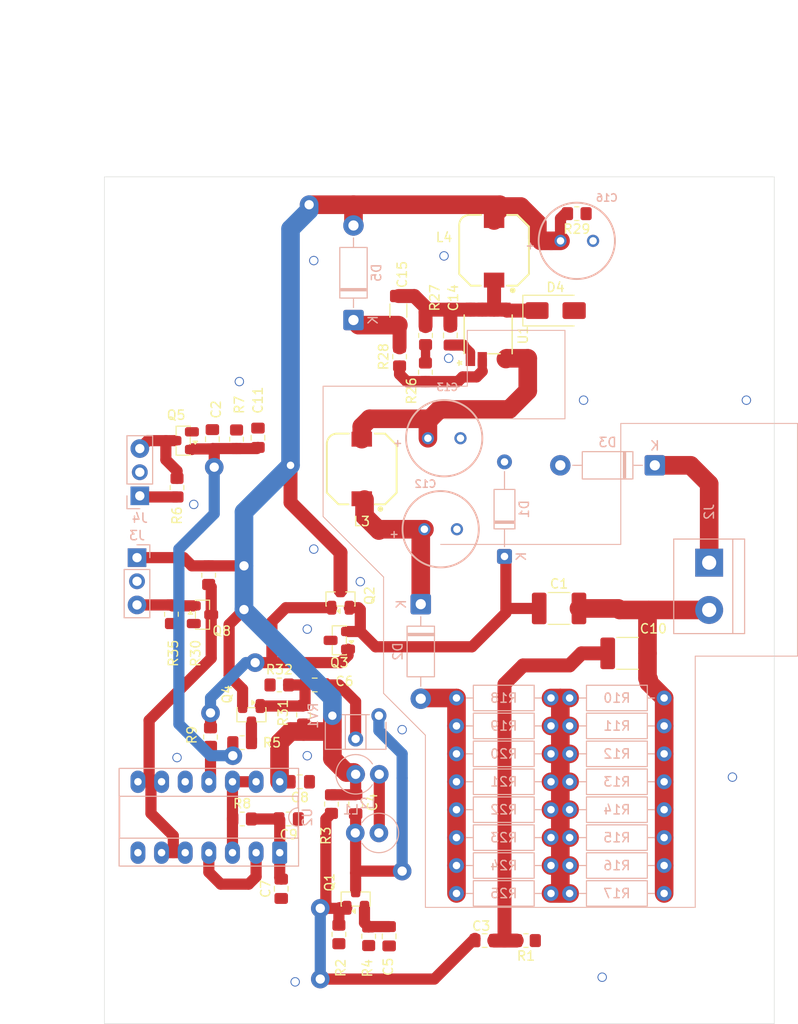
<source format=kicad_pcb>
(kicad_pcb (version 20241229) (generator "pcbnew") (generator_version "9.0")
  (layers (0 "F.Cu" signal) (2 "B.Cu" signal) (13 "F.Paste" user) (15 "B.Paste" user) (5 "F.SilkS" user "F.Silkscreen") (7 "B.SilkS" user "B.Silkscreen") (1 "F.Mask" user) (3 "B.Mask" user) (25 "Edge.Cuts" user))
  (net 0 "")
  (net 1 "Net-(Q1-E)")
  (net 2 "GND")
  (net 3 "P")
  (net 4 "Net-(D1-K)")
  (net 5 "VCC")
  (net 6 "Net-(Q1-B)")
  (net 7 "Net-(C10-Pad1)")
  (net 8 "Net-(Q1-C)")
  (net 9 "Net-(J3-Pin_3)")
  (net 10 "Net-(Q5-G)")
  (net 11 "Net-(C6-Pad2)")
  (net 12 "Net-(D4-K)")
  (net 13 "Net-(U1-BP)")
  (net 14 "Net-(L1-Pad1)")
  (net 15 "Net-(Q4-C)")
  (net 16 "Net-(D5-K)")
  (net 17 "Net-(Q4-B)")
  (net 18 "/mod")
  (net 19 "Net-(D2-K)")
  (net 20 "Net-(D2-A)")
  (net 21 "Net-(D3-K)")
  (net 22 "OSC")
  (net 23 "Net-(Q2-B)")
  (net 24 "Net-(R8-Pad1)")
  (net 25 "Net-(J4-Pin_3)")
  (net 26 "Net-(J4-Pin_1)")
  (net 27 "Net-(R10-Pad2)")
  (net 28 "Net-(R26-Pad1)")
  (net 29 "Net-(U1-FB)")
  (net 30 "Net-(U1-D)")
  (net 31 "Net-(C7-Pad2)")
  (net 33 "Net-(U2-Pad2)")
  (footprint "Resistor_SMD:R_0805_2012Metric_Pad1.20x1.40mm_HandSolder" (layer "F.Cu") (at 163.8 118)
    (property "Reference" "R8")
    (property "Value" "100K")
  )
  (footprint "Resistor_SMD:R_0805_2012Metric_Pad1.20x1.40mm_HandSolder" (layer "F.Cu") (at 183.515 66.04 -90)
    (property "Reference" "R27")
    (property "Value" "100R")
  )
  (footprint "Capacitor_SMD:C_0805_2012Metric_Pad1.18x1.45mm_HandSolder" (layer "F.Cu") (at 176 116.4 90)
    (property "Reference" "C4")
    (property "Value" "10nF")
  )
  (footprint "MountingHole:MountingHole_3.2mm_M3_ISO14580" (layer "F.Cu") (at 154 54)
    (property "Reference" "REF**" (hide yes))
    (property "Value" "MountingHole_3.2mm_M3_ISO14580" (hide yes))
  )
  (footprint "Resistor_SMD:R_0805_2012Metric_Pad1.20x1.40mm_HandSolder" (layer "F.Cu") (at 174.2 130.4 90)
    (property "Reference" "R2")
    (property "Value" "10K")
  )
  (footprint "Capacitor_SMD:C_0805_2012Metric_Pad1.18x1.45mm_HandSolder" (layer "F.Cu") (at 170 114 180)
    (property "Reference" "C8")
    (property "Value" "100nF")
  )
  (footprint "MountingHole:MountingHole_3.2mm_M3_ISO14580" (layer "F.Cu") (at 154 135)
    (property "Reference" "REF**" (hide yes))
    (property "Value" "MountingHole_3.2mm_M3_ISO14580" (hide yes))
  )
  (footprint "Resistor_SMD:R_0805_2012Metric_Pad1.20x1.40mm_HandSolder" (layer "F.Cu") (at 163.2 77.2 -90)
    (property "Reference" "R7")
    (property "Value" "2K7")
  )
  (footprint "Resistor_SMD:R_0805_2012Metric_Pad1.20x1.40mm_HandSolder" (layer "F.Cu") (at 160.2 91.8 90)
    (property "Reference" "R30")
    (property "Value" "100K")
  )
  (footprint "MountingHole:MountingHole_3.2mm_M3_ISO14580" (layer "F.Cu") (at 216 135)
    (property "Reference" "REF**" (hide yes))
    (property "Value" "MountingHole_3.2mm_M3_ISO14580" (hide yes))
  )
  (footprint "Capacitor_SMD:C_0805_2012Metric_Pad1.18x1.45mm_HandSolder" (layer "F.Cu") (at 171.6 103.6)
    (property "Reference" "C6")
    (property "Value" "1nF")
  )
  (footprint "Package_TO_SOT_SMD:SOT-23" (layer "F.Cu") (at 157.4625 77.35 180)
    (property "Reference" "Q5")
    (property "Value" "2N7002")
  )
  (footprint "Capacitor_SMD:C_0805_2012Metric_Pad1.18x1.45mm_HandSolder" (layer "F.Cu") (at 168 125.5 90)
    (property "Reference" "C7")
    (property "Value" "33pF")
  )
  (footprint "WE-PD_7345P:WE-PD_7345P" (layer "F.Cu") (at 190.881 56.896 180)
    (property "Reference" "L4")
    (property "Value" "1mH 74477730")
  )
  (footprint "Package_TO_SOT_SMD:SOT-23" (layer "F.Cu") (at 159.5375 96.05)
    (property "Reference" "Q8")
    (property "Value" "2N7002")
  )
  (footprint "Resistor_SMD:R_0805_2012Metric_Pad1.20x1.40mm_HandSolder" (layer "F.Cu") (at 163.8 109.8)
    (property "Reference" "R5")
    (property "Value" "1K")
  )
  (footprint "Resistor_SMD:R_0805_2012Metric_Pad1.20x1.40mm_HandSolder" (layer "F.Cu") (at 199.771 52.959 180)
    (property "Reference" "R29")
    (property "Value" "2K2")
  )
  (footprint "Resistor_SMD:R_0805_2012Metric_Pad1.20x1.40mm_HandSolder" (layer "F.Cu") (at 194.31 131.064 180)
    (property "Reference" "R1")
    (property "Value" "1K")
  )
  (footprint "Resistor_SMD:R_0805_2012Metric_Pad1.20x1.40mm_HandSolder" (layer "F.Cu") (at 167.8 103.6)
    (property "Reference" "R32")
    (property "Value" "120K")
  )
  (footprint "Resistor_SMD:R_0805_2012Metric_Pad1.20x1.40mm_HandSolder" (layer "F.Cu") (at 156.8 82.4 -90)
    (property "Reference" "R6")
    (property "Value" "1K")
  )
  (footprint "Capacitor_SMD:C_0805_2012Metric_Pad1.18x1.45mm_HandSolder" (layer "F.Cu") (at 189.865 131.064)
    (property "Reference" "C3")
    (property "Value" "4.7nF")
  )
  (footprint "Resistor_SMD:R_0805_2012Metric_Pad1.20x1.40mm_HandSolder" (layer "F.Cu") (at 173.4 116.4 90)
    (property "Reference" "R3")
    (property "Value" "33K")
  )
  (footprint "Capacitor_SMD:C_0805_2012Metric_Pad1.18x1.45mm_HandSolder" (layer "F.Cu") (at 168.8 118 180)
    (property "Reference" "C9")
    (property "Value" "68pF")
  )
  (footprint "Resistor_SMD:R_0805_2012Metric_Pad1.20x1.40mm_HandSolder" (layer "F.Cu") (at 170.4 106.8 -90)
    (property "Reference" "R31")
    (property "Value" "4.7K")
  )
  (footprint "Package_TO_SOT_SMD:SOT-23" (layer "F.Cu") (at 176 126.6 90)
    (property "Reference" "Q1")
    (property "Value" "MMBT2222A")
  )
  (footprint "Resistor_SMD:R_0805_2012Metric_Pad1.20x1.40mm_HandSolder" (layer "F.Cu") (at 160.4 109.2 90)
    (property "Reference" "R9")
    (property "Value" "1K")
  )
  (footprint "Resistor_SMD:R_0805_2012Metric_Pad1.20x1.40mm_HandSolder" (layer "F.Cu") (at 183.5 70 -90)
    (property "Reference" "R26")
    (property "Value" "2K2")
  )
  (footprint "Diode_SMD:D_SMA" (layer "F.Cu") (at 197.485 63.373)
    (property "Reference" "D4")
    (property "Value" "SS36")
  )
  (footprint "Capacitor_SMD:C_0805_2012Metric_Pad1.18x1.45mm_HandSolder" (layer "F.Cu") (at 160.6 77.2 -90)
    (property "Reference" "C2")
    (property "Value" "4.7nF")
  )
  (footprint "MountingHole:MountingHole_3.2mm_M3_ISO14580" (layer "F.Cu") (at 216 54)
    (property "Reference" "REF**" (hide yes))
    (property "Value" "MountingHole_3.2mm_M3_ISO14580" (hide yes))
  )
  (footprint "Capacitor_SMD:C_1206_3216Metric_Pad1.33x1.80mm_HandSolder" (layer "F.Cu") (at 180.594 63.373 -90)
    (property "Reference" "C15")
    (property "Value" "10uF25V")
  )
  (footprint "Capacitor_SMD:C_1812_4532Metric_Pad1.57x3.40mm_HandSolder" (layer "F.Cu") (at 205.232 100.203)
    (property "Reference" "C10")
    (property "Value" "2.2nF 400V")
  )
  (footprint "Capacitor_SMD:C_0805_2012Metric_Pad1.18x1.45mm_HandSolder" (layer "F.Cu") (at 165.5 77.0375 -90)
    (property "Reference" "C11")
    (property "Value" "4.7nF")
  )
  (footprint "Package_TO_SOT_SMD:SOT-23" (layer "F.Cu") (at 174.371 94.361 90)
    (property "Reference" "Q2")
    (property "Value" "MMBT2222A")
  )
  (footprint "Package_TO_SOT_SMD:SOT-23" (layer "F.Cu") (at 164.8 106.8 -90)
    (property "Reference" "Q4")
    (property "Value" "MMBT2907")
  )
  (footprint "Package_TO_SOT_SMD:SOT-23" (layer "F.Cu") (at 174.244 98.806 180)
    (property "Reference" "Q3")
    (property "Value" "MMBT2907")
  )
  (footprint "lnk302DN-TL:SOIC7_SO-8C-D_PWI" (layer "F.Cu") (at 190.246 65.9257 90)
    (property "Reference" "U1")
    (property "Value" "LNK302DN-TL")
  )
  (footprint "Resistor_SMD:R_0805_2012Metric_Pad1.20x1.40mm_HandSolder" (layer "F.Cu") (at 177.4 130.6 90)
    (property "Reference" "R4")
    (property "Value" "470")
  )
  (footprint "Resistor_SMD:R_0805_2012Metric_Pad1.20x1.40mm_HandSolder" (layer "F.Cu") (at 180.721 68.326 -90)
    (property "Reference" "R28")
    (property "Value" "15K")
  )
  (footprint "Capacitor_SMD:C_0805_2012Metric_Pad1.18x1.45mm_HandSolder" (layer "F.Cu") (at 179.6 130.6 90)
    (property "Reference" "C5")
    (property "Value" "100nF")
  )
  (footprint "WE-PD_7345P:WE-PD_7345P" (layer "F.Cu") (at 176.657 80.391 180)
    (property "Reference" "L3")
    (property "Value" "1mH 74477730")
  )
  (footprint "Capacitor_SMD:C_1812_4532Metric_Pad1.57x3.40mm_HandSolder" (layer "F.Cu") (at 197.866 95.377)
    (property "Reference" "C1")
    (property "Value" "2.2nF 400V")
  )
  (footprint "Resistor_SMD:R_0805_2012Metric_Pad1.20x1.40mm_HandSolder" (layer "F.Cu") (at 156.2 96 90)
    (property "Reference" "R35")
    (property "Value" "100K")
  )
  (footprint "Capacitor_SMD:C_0805_2012Metric_Pad1.18x1.45mm_HandSolder" (layer "F.Cu") (at 186.182 66.04 -90)
    (property "Reference" "C14")
    (property "Value" "100nF")
  )
  (footprint "Resistor_THT:R_Axial_DIN0207_L6.3mm_D2.5mm_P10.16mm_Horizontal" (layer "B.Cu") (at 197 123 180)
    (property "Reference" "R24")
    (property "Value" "33R")
  )
  (footprint "Resistor_THT:R_Axial_DIN0207_L6.3mm_D2.5mm_P10.16mm_Horizontal" (layer "B.Cu") (at 197 108 180)
    (property "Reference" "R19")
    (property "Value" "33R")
  )
  (footprint "Diode_THT:D_DO-41_SOD81_P10.16mm_Horizontal" (layer "B.Cu") (at 175.768 64.389 90)
    (property "Reference" "D5")
    (property "Value" "1N4007")
  )
  (footprint "Package_DIP:CERDIP-14_W7.62mm_SideBrazed_LongPads_Socket" (layer "B.Cu") (at 167.84 121.62 90)
    (property "Reference" "U2")
    (property "Value" "HEF4093B")
  )
  (footprint "TerminalBlock:TerminalBlock_bornier-2_P5.08mm" (layer "B.Cu") (at 214 90.46 -90)
    (property "Reference" "J2")
    (property "Value" "Conn_01x02")
  )
  (footprint "Resistor_THT:R_Axial_DIN0207_L6.3mm_D2.5mm_P10.16mm_Horizontal" (layer "B.Cu") (at 209.16 120 180)
    (property "Reference" "R15")
    (property "Value" "33R")
  )
  (footprint "WCAP-ATG8_8X11.5:WCAP-ATG8_8X11.5_DXL_" (layer "B.Cu") (at 185.519 77.089 180)
    (property "Reference" "C13")
    (property "Value" "4.7uF 400V")
  )
  (footprint "Inductor_THT:L_Axial_L9.5mm_D4.0mm_P2.54mm_Vertical_Fastron_SMCC" (layer "B.Cu") (at 176 113.2)
    (property "Reference" "L2")
    (property "Value" "100uH")
  )
  (footprint "Potentiometer_THT:Potentiometer_ACP_CA6-H2,5_Horizontal" (layer "B.Cu") (at 173.5 106.9 -90)
    (property "Reference" "RV1")
    (property "Value" "5K")
  )
  (footprint "Resistor_THT:R_Axial_DIN0207_L6.3mm_D2.5mm_P10.16mm_Horizontal" (layer "B.Cu") (at 197 114 180)
    (property "Reference" "R21")
    (property "Value" "33R")
  )
  (footprint "Resistor_THT:R_Axial_DIN0207_L6.3mm_D2.5mm_P10.16mm_Horizontal" (layer "B.Cu") (at 209.16 126 180)
    (property "Reference" "R17")
    (property "Value" "33R")
  )
  (footprint "Resistor_THT:R_Axial_DIN0207_L6.3mm_D2.5mm_P10.16mm_Horizontal" (layer "B.Cu") (at 197 126 180)
    (property "Reference" "R25")
    (property "Value" "33R")
  )
  (footprint "Resistor_THT:R_Axial_DIN0207_L6.3mm_D2.5mm_P10.16mm_Horizontal" (layer "B.Cu") (at 209.16 114 180)
    (property "Reference" "R13")
    (property "Value" "33R")
  )
  (footprint "Resistor_THT:R_Axial_DIN0207_L6.3mm_D2.5mm_P10.16mm_Horizontal" (layer "B.Cu") (at 209.16 117 180)
    (property "Reference" "R14")
    (property "Value" "33R")
  )
  (footprint "Resistor_THT:R_Axial_DIN0207_L6.3mm_D2.5mm_P10.16mm_Horizontal" (layer "B.Cu") (at 209.16 123 180)
    (property "Reference" "R16")
    (property "Value" "33R")
  )
  (footprint "WCAP-ATG8_8X11.5:WCAP-ATG8_8X11.5_DXL_" (layer "B.Cu") (at 199.771 55.88 180)
    (property "Reference" "C16")
    (property "Value" "220uF 35V")
  )
  (footprint "Diode_THT:D_DO-41_SOD81_P10.16mm_Horizontal" (layer "B.Cu") (at 208.16 80 180)
    (property "Reference" "D3")
    (property "Value" "1N4007")
  )
  (footprint "Resistor_THT:R_Axial_DIN0207_L6.3mm_D2.5mm_P10.16mm_Horizontal" (layer "B.Cu") (at 209.16 108 180)
    (property "Reference" "R11")
    (property "Value" "33R")
  )
  (footprint "Diode_THT:D_DO-35_SOD27_P10.16mm_Horizontal" (layer "B.Cu") (at 192 89.789 90)
    (property "Reference" "D1")
    (property "Value" "ZPDxx")
  )
  (footprint "Resistor_THT:R_Axial_DIN0207_L6.3mm_D2.5mm_P10.16mm_Horizontal" (layer "B.Cu") (at 209.16 105 180)
    (property "Reference" "R10")
    (property "Value" "33R")
  )
  (footprint "Connector_PinHeader_2.54mm:PinHeader_1x03_P2.54mm_Vertical" (layer "B.Cu") (at 152.5 89.92 180)
    (property "Reference" "J3")
    (property "Value" "Conn_01x03")
  )
  (footprint "Resistor_THT:R_Axial_DIN0207_L6.3mm_D2.5mm_P10.16mm_Horizontal" (layer "B.Cu") (at 197 111 180)
    (property "Reference" "R20")
    (property "Value" "33R")
  )
  (footprint "WCAP-ATG8_8X11.5:WCAP-ATG8_8X11.5_DXL_" (layer "B.Cu") (at 185.138 86.868 180)
    (property "Reference" "C12")
    (property "Value" "4.7uF 400V")
  )
  (footprint "Resistor_THT:R_Axial_DIN0207_L6.3mm_D2.5mm_P10.16mm_Horizontal" (layer "B.Cu") (at 197 105 180)
    (property "Reference" "R18")
    (property "Value" "33R")
  )
  (footprint "Connector_PinHeader_2.54mm:PinHeader_1x03_P2.54mm_Vertical" (layer "B.Cu") (at 152.8 83.28)
    (property "Reference" "J4")
    (property "Value" "Conn_01x03")
  )
  (footprint "Resistor_THT:R_Axial_DIN0207_L6.3mm_D2.5mm_P10.16mm_Horizontal" (layer "B.Cu") (at 197 120 180)
    (property "Reference" "R23")
    (property "Value" "33R")
  )
  (footprint "Resistor_THT:R_Axial_DIN0207_L6.3mm_D2.5mm_P10.16mm_Horizontal" (layer "B.Cu") (at 209.16 111 180)
    (property "Reference" "R12")
    (property "Value" "33R")
  )
  (footprint "Diode_THT:D_DO-41_SOD81_P10.16mm_Horizontal" (layer "B.Cu") (at 183 94.92 -90)
    (property "Reference" "D2")
    (property "Value" "1N4007")
  )
  (footprint "Resistor_THT:R_Axial_DIN0207_L6.3mm_D2.5mm_P10.16mm_Horizontal" (layer "B.Cu") (at 197 117 180)
    (property "Reference" "R22")
    (property "Value" "33R")
  )
  (footprint "Inductor_THT:L_Axial_L9.5mm_D4.0mm_P2.54mm_Vertical_Fastron_SMCC" (layer "B.Cu") (at 178.5 119.5 180)
    (property "Reference" "L1")
    (property "Value" "100uH")
  )
  (gr_line (start 172.5 71.5) (end 172.5 85.5) (stroke (width 0.1)) (layer "B.SilkS"))
  (gr_line (start 212.5 100.5) (end 223.5 100.5) (stroke (width 0.1)) (layer "B.SilkS"))
  (gr_line (start 185.519 75) (end 198.5 75) (stroke (width 0.1)) (layer "B.SilkS"))
  (gr_line (start 183.5 109) (end 183.5 127.5) (stroke (width 0.1)) (layer "B.SilkS"))
  (gr_line (start 223.5 100.5) (end 223.5 75.5) (stroke (width 0.1)) (layer "B.SilkS"))
  (gr_line (start 188 65.5) (end 188 71.5) (stroke (width 0.1)) (layer "B.SilkS"))
  (gr_line (start 204.5 88.5) (end 185.138 88.5) (stroke (width 0.1)) (layer "B.SilkS"))
  (gr_line (start 212.5 127.5) (end 212.5 100.5) (stroke (width 0.1)) (layer "B.SilkS"))
  (gr_line (start 198.5 75) (end 198.5 65.5) (stroke (width 0.1)) (layer "B.SilkS"))
  (gr_line (start 183.5 127.5) (end 212.5 127.5) (stroke (width 0.1)) (layer "B.SilkS"))
  (gr_line (start 179 92) (end 179 104.5) (stroke (width 0.1)) (layer "B.SilkS"))
  (gr_line (start 204.5 75.5) (end 204.5 88.5) (stroke (width 0.1)) (layer "B.SilkS"))
  (gr_line (start 179 104.5) (end 183.5 109) (stroke (width 0.1)) (layer "B.SilkS"))
  (gr_line (start 198.5 65.5) (end 188 65.5) (stroke (width 0.1)) (layer "B.SilkS"))
  (gr_line (start 223.5 75.5) (end 204.5 75.5) (stroke (width 0.1)) (layer "B.SilkS"))
  (gr_line (start 172.5 85.5) (end 179 92) (stroke (width 0.1)) (layer "B.SilkS"))
  (gr_line (start 188 71.5) (end 172.5 71.5) (stroke (width 0.1)) (layer "B.SilkS"))
  (gr_rect (start 149 49) (end 221 140) (stroke (width 0.05)) (fill no) (layer "Edge.Cuts"))
  (segment (start 176.95 127.5375) (end 176.95 129.15) (width 1.2) (layer "F.Cu") (net 1))
  (segment (start 176.95 129.15) (end 177.4 129.6) (width 1.2) (layer "F.Cu") (net 1))
  (segment (start 177.4375 129.5625) (end 177.4 129.6) (width 1.2) (layer "F.Cu") (net 1))
  (segment (start 179.6 129.5625) (end 177.4375 129.5625) (width 1.2) (layer "F.Cu") (net 1))
  (via (at 185.5 57.5) (size 1) (drill 0.8) (layers "F.Cu" "B.Cu") (net 2))
  (via (at 200.5 73) (size 1) (drill 0.8) (layers "F.Cu" "B.Cu") (net 2))
  (via (at 186 68.5) (size 1) (drill 0.8) (layers "F.Cu" "B.Cu") (net 2))
  (via (at 202.5 135) (size 1) (drill 0.8) (layers "F.Cu" "B.Cu") (net 2))
  (via (at 216.5 113.5) (size 1) (drill 0.8) (layers "F.Cu" "B.Cu") (net 2))
  (via (at 170.8 111.2) (size 1) (drill 0.8) (layers "F.Cu" "B.Cu") (net 2))
  (via (at 163.5 71) (size 1) (drill 0.8) (layers "F.Cu" "B.Cu") (net 2))
  (via (at 158.6 84.2) (size 1) (drill 0.8) (layers "F.Cu" "B.Cu") (net 2))
  (via (at 176.5 92.5) (size 1) (drill 0.8) (layers "F.Cu" "B.Cu") (net 2))
  (via (at 181 108.4) (size 1) (drill 0.8) (layers "F.Cu" "B.Cu") (net 2))
  (via (at 170.8 97.6) (size 1) (drill 0.8) (layers "F.Cu" "B.Cu") (net 2))
  (via (at 156.8 111.4) (size 1) (drill 0.8) (layers "F.Cu" "B.Cu") (net 2))
  (via (at 171.5 89) (size 1) (drill 0.8) (layers "F.Cu" "B.Cu") (net 2))
  (via (at 169.5 135.5) (size 1) (drill 0.8) (layers "F.Cu" "B.Cu") (net 2))
  (via (at 218 73) (size 1) (drill 0.8) (layers "F.Cu" "B.Cu") (net 2))
  (via (at 171.5 58) (size 1) (drill 0.8) (layers "F.Cu" "B.Cu") (net 2))
  (segment (start 209.16 108) (end 209.16 111) (width 2) (layer "F.Cu") (net 3))
  (segment (start 209.16 111) (end 209.16 114) (width 2) (layer "F.Cu") (net 3))
  (segment (start 204.216 95.377) (end 200.0035 95.377) (width 2) (layer "F.Cu") (net 3))
  (segment (start 207.5 103) (end 207.3695 102.8695) (width 2) (layer "F.Cu") (net 3))
  (segment (start 209.16 114) (end 209.16 117) (width 2) (layer "F.Cu") (net 3))
  (segment (start 207.3695 95.6705) (end 207.5 95.54) (width 2) (layer "F.Cu") (net 3))
  (segment (start 209.16 123) (end 209.16 126) (width 2) (layer "F.Cu") (net 3))
  (segment (start 207.3695 102.8695) (end 207.3695 100.203) (width 2) (layer "F.Cu") (net 3))
  (segment (start 209.16 105) (end 207.5 103.34) (width 2) (layer "F.Cu") (net 3))
  (segment (start 207.5 103.34) (end 207.5 103) (width 2) (layer "F.Cu") (net 3))
  (segment (start 209.16 117) (end 209.16 120) (width 2) (layer "F.Cu") (net 3))
  (segment (start 214 95.54) (end 207.5 95.54) (width 2) (layer "F.Cu") (net 3))
  (segment (start 209.16 120) (end 209.16 123) (width 2) (layer "F.Cu") (net 3))
  (segment (start 204.379 95.54) (end 204.216 95.377) (width 2) (layer "F.Cu") (net 3))
  (segment (start 207.5 95.54) (end 204.379 95.54) (width 2) (layer "F.Cu") (net 3))
  (segment (start 207.3695 100.203) (end 207.3695 95.6705) (width 2) (layer "F.Cu") (net 3))
  (segment (start 209.16 105) (end 209.16 108) (width 2) (layer "F.Cu") (net 3))
  (segment (start 192.151 95.849) (end 188.5 99.5) (width 1.2) (layer "F.Cu") (net 4))
  (segment (start 176.5 97.856) (end 175.1815 97.856) (width 1.2) (layer "F.Cu") (net 4))
  (segment (start 192.151 89.94) (end 192 89.789) (width 1.2) (layer "F.Cu") (net 4))
  (segment (start 195.7285 95.377) (end 192.151 95.377) (width 1.2) (layer "F.Cu") (net 4))
  (segment (start 192.151 95.377) (end 192.151 89.94) (width 1.2) (layer "F.Cu") (net 4))
  (segment (start 175.321 95.2985) (end 176.2985 95.2985) (width 1.2) (layer "F.Cu") (net 4))
  (segment (start 176.5 95.5) (end 176.5 97.856) (width 1.2) (layer "F.Cu") (net 4))
  (segment (start 178.144 99.5) (end 176.5 97.856) (width 1.2) (layer "F.Cu") (net 4))
  (segment (start 176.2985 95.2985) (end 176.5 95.5) (width 1.2) (layer "F.Cu") (net 4))
  (segment (start 188.5 99.5) (end 178.144 99.5) (width 1.2) (layer "F.Cu") (net 4))
  (segment (start 192.151 95.377) (end 192.151 95.849) (width 1.2) (layer "F.Cu") (net 4))
  (segment (start 197 55.88) (end 195.912 55.88) (width 2) (layer "F.Cu") (net 5))
  (segment (start 198.541 52.959) (end 198.021 53.479) (width 1.2) (layer "F.Cu") (net 5))
  (segment (start 193.745628 52.195) (end 191.766372 52.195) (width 2) (layer "F.Cu") (net 5))
  (segment (start 169 84) (end 169 80) (width 1.5) (layer "F.Cu") (net 5))
  (segment (start 173.5 106.8) (end 173.5 108.5) (width 2) (layer "F.Cu") (net 5))
  (segment (start 152.5 89.92) (end 157.52 89.92) (width 1.2) (layer "F.Cu") (net 5))
  (segment (start 198.021 53.479) (end 198.021 55.88) (width 1.2) (layer "F.Cu") (net 5))
  (segment (start 198.771 52.959) (end 198.541 52.959) (width 1) (layer "F.Cu") (net 5))
  (segment (start 163.85 104.05) (end 162.4 102.6) (width 1.2) (layer "F.Cu") (net 5))
  (segment (start 198.021 55.88) (end 197 55.88) (width 2) (layer "F.Cu") (net 5))
  (segment (start 173.5 108.5) (end 173.5 111.5) (width 2) (layer "F.Cu") (net 5))
  (segment (start 175.768 52) (end 175.768 54.229) (width 2) (layer "F.Cu") (net 5))
  (segment (start 167.83 114) (end 167.82 113.99) (width 1.2) (layer "F.Cu") (net 5))
  (segment (start 175 113) (end 175.8 113) (width 2) (layer "F.Cu") (net 5))
  (segment (start 195.912 55.88) (end 195.532 55.5) (width 2) (layer "F.Cu") (net 5))
  (segment (start 167.82 109.78) (end 167.82 113.99) (width 2) (layer "F.Cu") (net 5))
  (segment (start 157.52 89.92) (end 158.4 90.8) (width 1.2) (layer "F.Cu") (net 5))
  (segment (start 190.881 53.080372) (end 190.881 53.696) (width 2) (layer "F.Cu") (net 5))
  (segment (start 174.371 89.371) (end 169 84) (width 1.5) (layer "F.Cu") (net 5))
  (segment (start 176 115.3625) (end 176 113.2) (width 1.2) (layer "F.Cu") (net 5))
  (segment (start 175.768 52) (end 191.5 52) (width 2) (layer "F.Cu") (net 5))
  (segment (start 173.4 115.4) (end 175.9625 115.4) (width 1.2) (layer "F.Cu") (net 5))
  (segment (start 158.4 90.8) (end 160.2 90.8) (width 1.2) (layer "F.Cu") (net 5))
  (segment (start 195.532 53.98137) (end 193.745628 52.195) (width 2) (layer "F.Cu") (net 5))
  (segment (start 191.5 52) (end 191.730686 52.230686) (width 2) (layer "F.Cu") (net 5))
  (segment (start 175.8 113) (end 176 113.2) (width 2) (layer "F.Cu") (net 5))
  (segment (start 175.768 52) (end 171 52) (width 2) (layer "F.Cu") (net 5))
  (segment (start 167.8 109.8) (end 167.82 109.78) (width 1.2) (layer "F.Cu") (net 5))
  (segment (start 162.4 97.1) (end 164 95.5) (width 1.2) (layer "F.Cu") (net 5))
  (segment (start 170.4 107.8) (end 170.4 108.6) (width 1.2) (layer "F.Cu") (net 5))
  (segment (start 160.2 90.8) (end 164 90.8) (width 1.2) (layer "F.Cu") (net 5))
  (segment (start 173.4 108.6) (end 170.4 108.6) (width 2) (layer "F.Cu") (net 5))
  (segment (start 162.4 102.6) (end 162.4 97.1) (width 1.2) (layer "F.Cu") (net 5))
  (segment (start 175.9625 115.4) (end 176 115.3625) (width 1.2) (layer "F.Cu") (net 5))
  (segment (start 173.5 111.5) (end 175 113) (width 2) (layer "F.Cu") (net 5))
  (segment (start 170.4 108.6) (end 169 108.6) (width 2) (layer "F.Cu") (net 5))
  (segment (start 173.5 108.5) (end 173.4 108.6) (width 2) (layer "F.Cu") (net 5))
  (segment (start 168.9625 114) (end 167.83 114) (width 1.2) (layer "F.Cu") (net 5))
  (segment (start 195.532 55.5) (end 195.532 53.98137) (width 2) (layer "F.Cu") (net 5))
  (segment (start 163.85 105.8625) (end 163.85 104.05) (width 1.2) (layer "F.Cu") (net 5))
  (segment (start 169 108.6) (end 167.82 109.78) (width 2) (layer "F.Cu") (net 5))
  (segment (start 191.766372 52.195) (end 190.881 53.080372) (width 2) (layer "F.Cu") (net 5))
  (segment (start 174.371 93.4235) (end 174.371 89.371) (width 1.5) (layer "F.Cu") (net 5))
  (via (at 164 95.5) (size 2) (drill 1) (layers "F.Cu" "B.Cu") (net 5))
  (via (at 171 52) (size 2) (drill 1) (layers "F.Cu" "B.Cu") (net 5))
  (via (at 164 90.8) (size 2) (drill 1) (layers "F.Cu" "B.Cu") (net 5))
  (via (at 169 80) (size 1) (drill 0.8) (layers "F.Cu" "B.Cu") (net 5))
  (segment (start 164 95.5) (end 173.5 105) (width 2) (layer "B.Cu") (net 5))
  (segment (start 164 90.8) (end 164 95.5) (width 2) (layer "B.Cu") (net 5))
  (segment (start 169 80) (end 164 85) (width 2) (layer "B.Cu") (net 5))
  (segment (start 169 80) (end 169 54.6) (width 2) (layer "B.Cu") (net 5))
  (segment (start 169 54.6) (end 171 52.6) (width 2) (layer "B.Cu") (net 5))
  (segment (start 171 52.6) (end 171 52) (width 2) (layer "B.Cu") (net 5))
  (segment (start 173.5 105) (end 173.5 106.9) (width 2) (layer "B.Cu") (net 5))
  (segment (start 164 85) (end 164 90.8) (width 2) (layer "B.Cu") (net 5))
  (segment (start 174.2 127.6) (end 172.2 127.6) (width 1.2) (layer "F.Cu") (net 6))
  (segment (start 184.455 135.2) (end 188.8275 130.8275) (width 1.2) (layer "F.Cu") (net 6))
  (segment (start 172.2 127.6) (end 172.8 127) (width 1.2) (layer "F.Cu") (net 6))
  (segment (start 188.8275 130.8275) (end 188.8275 131.064) (width 1.2) (layer "F.Cu") (net 6))
  (segment (start 172.8 118) (end 173.4 117.4) (width 1.2) (layer "F.Cu") (net 6))
  (segment (start 175.05 127.5375) (end 174.2625 127.5375) (width 1.2) (layer "F.Cu") (net 6))
  (segment (start 174.2 129.4) (end 174.2 127.6) (width 1.2) (layer "F.Cu") (net 6))
  (segment (start 172.8 127) (end 172.8 118) (width 1.2) (layer "F.Cu") (net 6))
  (segment (start 174.2625 127.5375) (end 174.2 127.6) (width 1.2) (layer "F.Cu") (net 6))
  (segment (start 172.2 135.2) (end 184.455 135.2) (width 1.2) (layer "F.Cu") (net 6))
  (via (at 172.2 127.6) (size 2) (drill 1) (layers "F.Cu" "B.Cu") (net 6))
  (via (at 172.2 135.2) (size 2) (drill 1) (layers "F.Cu" "B.Cu") (net 6))
  (segment (start 172.2 127.6) (end 172.2 135.2) (width 1.2) (layer "B.Cu") (net 6))
  (segment (start 192 131.064) (end 193.31 131.064) (width 1.5) (layer "F.Cu") (net 7))
  (segment (start 192 131.064) (end 192 103.5) (width 1.5) (layer "F.Cu") (net 7))
  (segment (start 200.279 100.203) (end 203.0945 100.203) (width 1.5) (layer "F.Cu") (net 7))
  (segment (start 198.982 101.5) (end 200.279 100.203) (width 1.5) (layer "F.Cu") (net 7))
  (segment (start 192 103.5) (end 194 101.5) (width 1.5) (layer "F.Cu") (net 7))
  (segment (start 190.9025 131.064) (end 192 131.064) (width 1.5) (layer "F.Cu") (net 7))
  (segment (start 194 101.5) (end 198.982 101.5) (width 1.5) (layer "F.Cu") (net 7))
  (segment (start 175.96 119.5) (end 176 119.54) (width 1.2) (layer "F.Cu") (net 8))
  (segment (start 176.2 123.6) (end 176 123.8) (width 1.2) (layer "F.Cu") (net 8))
  (segment (start 176 119.46) (end 175.96 119.5) (width 1.2) (layer "F.Cu") (net 8))
  (segment (start 176 117.4375) (end 176 119.46) (width 1.2) (layer "F.Cu") (net 8))
  (segment (start 176 119.54) (end 176 123.8) (width 1.2) (layer "F.Cu") (net 8))
  (segment (start 176 123.8) (end 176 125.6625) (width 1.2) (layer "F.Cu") (net 8))
  (segment (start 181 123.6) (end 176.2 123.6) (width 1.2) (layer "F.Cu") (net 8))
  (via (at 181 123.6) (size 2) (drill 1) (layers "F.Cu" "B.Cu") (net 8))
  (segment (start 181 111) (end 181 113.6) (width 1.2) (layer "B.Cu") (net 8))
  (segment (start 178.5 106.9) (end 178.5 108.5) (width 1.2) (layer "B.Cu") (net 8))
  (segment (start 180 110) (end 181 111) (width 1.2) (layer "B.Cu") (net 8))
  (segment (start 178.5 108.5) (end 180 110) (width 1.2) (layer "B.Cu") (net 8))
  (segment (start 181 113.6) (end 181 123.6) (width 1.2) (layer "B.Cu") (net 8))
  (segment (start 158.6 95.1) (end 156.3 95.1) (width 1.2) (layer "F.Cu") (net 9))
  (segment (start 156.3 95.1) (end 156.2 95) (width 1.2) (layer "F.Cu") (net 9))
  (segment (start 156.2 95) (end 152.5 95) (width 1.2) (layer "F.Cu") (net 9))
  (segment (start 163.2 78.2) (end 160.6375 78.2) (width 1.2) (layer "F.Cu") (net 10))
  (segment (start 160.8 80.2) (end 160.8 78.4375) (width 1.2) (layer "F.Cu") (net 10))
  (segment (start 162.8 109.8) (end 162.8 111.2) (width 1.2) (layer "F.Cu") (net 10))
  (segment (start 160.8 78.4375) (end 160.6 78.2375) (width 1.2) (layer "F.Cu") (net 10))
  (segment (start 160.6 78.2375) (end 158.4625 78.2375) (width 1.2) (layer "F.Cu") (net 10))
  (segment (start 158.4625 78.2375) (end 158.4 78.3) (width 1.2) (layer "F.Cu") (net 10))
  (segment (start 160.6375 78.2) (end 160.6 78.2375) (width 1.2) (layer "F.Cu") (net 10))
  (segment (start 163.2 78.2) (end 165.375 78.2) (width 1.2) (layer "F.Cu") (net 10))
  (segment (start 165.375 78.2) (end 165.5 78.075) (width 1.2) (layer "F.Cu") (net 10))
  (via (at 160.8 80.2) (size 2) (drill 1) (layers "F.Cu" "B.Cu") (net 10))
  (via (at 162.8 111.2) (size 2) (drill 1) (layers "F.Cu" "B.Cu") (net 10))
  (segment (start 159.2 86.8) (end 160.8 85.2) (width 1.2) (layer "B.Cu") (net 10))
  (segment (start 162.8 111.2) (end 160.4 111.2) (width 1.2) (layer "B.Cu") (net 10))
  (segment (start 157 107.8) (end 157 90.6) (width 1.2) (layer "B.Cu") (net 10))
  (segment (start 157 89) (end 159.2 86.8) (width 1.2) (layer "B.Cu") (net 10))
  (segment (start 160.8 85.2) (end 160.8 80.2) (width 1.2) (layer "B.Cu") (net 10))
  (segment (start 157.8 108.6) (end 157 107.8) (width 1.2) (layer "B.Cu") (net 10))
  (segment (start 160.4 111.2) (end 157.8 108.6) (width 1.2) (layer "B.Cu") (net 10))
  (segment (start 157 90.6) (end 157 89) (width 1.2) (layer "B.Cu") (net 10))
  (segment (start 176 109.4) (end 176 105.4) (width 1.2) (layer "F.Cu") (net 11))
  (segment (start 176 105.4) (end 174.2 103.6) (width 1.2) (layer "F.Cu") (net 11))
  (segment (start 174.2 103.6) (end 172.6375 103.6) (width 1.2) (layer "F.Cu") (net 11))
  (segment (start 189.611 63.2714) (end 188.341 63.2714) (width 1.5) (layer "F.Cu") (net 12))
  (segment (start 183.515 65.04) (end 183.515 63.5278) (width 1.5) (layer "F.Cu") (net 12))
  (segment (start 190.881 63.2714) (end 189.611 63.2714) (width 1.5) (layer "F.Cu") (net 12))
  (segment (start 192.151 63.2714) (end 190.881 63.2714) (width 1.5) (layer "F.Cu") (net 12))
  (segment (start 186.182 65.0025) (end 186.182 63.4534) (width 1.5) (layer "F.Cu") (net 12))
  (segment (start 186 63.2714) (end 183.7714 63.2714) (width 1.5) (layer "F.Cu") (net 12))
  (segment (start 186.182 63.4534) (end 186 63.2714) (width 1.5) (layer "F.Cu") (net 12))
  (segment (start 188.341 63.2714) (end 186 63.2714) (width 1.5) (layer "F.Cu") (net 12))
  (segment (start 195.485 63.373) (end 192.2526 63.373) (width 1.5) (layer "F.Cu") (net 12))
  (segment (start 182.3105 61.8105) (end 180.594 61.8105) (width 1.5) (layer "F.Cu") (net 12))
  (segment (start 183.7714 63.2714) (end 182.3105 61.8105) (width 1.5) (layer "F.Cu") (net 12))
  (segment (start 192.2526 63.373) (end 192.151 63.2714) (width 1.5) (layer "F.Cu") (net 12))
  (segment (start 190.881 60.096) (end 190.881 63.2714) (width 1.5) (layer "F.Cu") (net 12))
  (segment (start 183.515 63.5278) (end 183.7714 63.2714) (width 1.5) (layer "F.Cu") (net 12))
  (segment (start 188.341 67.841) (end 188.341 68.58) (width 1) (layer "F.Cu") (net 13))
  (segment (start 186.182 67.0775) (end 187.5775 67.0775) (width 1.2) (layer "F.Cu") (net 13))
  (segment (start 187.5775 67.0775) (end 188.341 67.841) (width 1) (layer "F.Cu") (net 13))
  (segment (start 178.54 113.2) (end 178.54 119.46) (width 1.2) (layer "F.Cu") (net 14))
  (segment (start 178.54 119.46) (end 178.5 119.5) (width 1.2) (layer "F.Cu") (net 14))
  (segment (start 164.8 107.7375) (end 164.8 109.8) (width 1.2) (layer "F.Cu") (net 15))
  (segment (start 180.721 67.326) (end 180.721 65.0625) (width 1.5) (layer "F.Cu") (net 16))
  (segment (start 180.721 65.0625) (end 180.594 64.9355) (width 1) (layer "F.Cu") (net 16))
  (segment (start 180.594 64.9355) (end 176.3145 64.9355) (width 2) (layer "F.Cu") (net 16))
  (segment (start 176.3145 64.9355) (end 175.768 64.389) (width 2) (layer "F.Cu") (net 16))
  (segment (start 168.8 103.6) (end 170.5625 103.6) (width 1.2) (layer "F.Cu") (net 17))
  (segment (start 170.3375 105.8625) (end 170.4 105.8) (width 1.2) (layer "F.Cu") (net 17))
  (segment (start 170.5625 103.6) (end 170.5625 105.6375) (width 1.2) (layer "F.Cu") (net 17))
  (segment (start 170.5625 105.6375) (end 170.4 105.8) (width 1.2) (layer "F.Cu") (net 17))
  (segment (start 165.75 105.8625) (end 170.3375 105.8625) (width 1.2) (layer "F.Cu") (net 17))
  (segment (start 160.475 96.05) (end 160.475 100.725) (width 1.2) (layer "F.Cu") (net 18))
  (segment (start 157.68 121.62) (end 156.4 121.62) (width 1.2) (layer "F.Cu") (net 18))
  (segment (start 153.8 113.8) (end 154 114) (width 1.2) (layer "F.Cu") (net 18))
  (segment (start 154 117.4) (end 154 114) (width 1.2) (layer "F.Cu") (net 18))
  (segment (start 156.4 119.8) (end 154 117.4) (width 1.2) (layer "F.Cu") (net 18))
  (segment (start 160.475 93.075) (end 160.2 92.8) (width 1.2) (layer "F.Cu") (net 18))
  (segment (start 160.475 100.725) (end 153.8 107.4) (width 1.2) (layer "F.Cu") (net 18))
  (segment (start 153.8 107.4) (end 153.8 113.8) (width 1.2) (layer "F.Cu") (net 18))
  (segment (start 156.4 121.62) (end 156.4 119.8) (width 1.2) (layer "F.Cu") (net 18))
  (segment (start 160.475 96.05) (end 160.475 93.075) (width 1.2) (layer "F.Cu") (net 18))
  (segment (start 154 114) (end 155.14 114) (width 1.2) (layer "F.Cu") (net 18))
  (segment (start 152.6 114) (end 154 114) (width 1.2) (layer "F.Cu") (net 18))
  (segment (start 155.11 114) (end 155.12 113.99) (width 1.2) (layer "F.Cu") (net 18))
  (segment (start 156.4 121.62) (end 155.14 121.62) (width 1.2) (layer "F.Cu") (net 18))
  (segment (start 183 87.256) (end 183.388 86.868) (width 2) (layer "F.Cu") (net 19))
  (segment (start 178.632 86.868) (end 178.5 87) (width 2) (layer "F.Cu") (net 19))
  (segment (start 176.956 85.456) (end 176.956 83.67637) (width 2) (layer "F.Cu") (net 19))
  (segment (start 183 94.92) (end 183 87.256) (width 2) (layer "F.Cu") (net 19))
  (segment (start 178.5 87) (end 176.956 85.456) (width 2) (layer "F.Cu") (net 19))
  (segment (start 183.388 86.868) (end 178.632 86.868) (width 2) (layer "F.Cu") (net 19))
  (segment (start 186.84 105) (end 183.08 105) (width 2) (layer "F.Cu") (net 20))
  (segment (start 186.84 105) (end 186.84 108) (width 2) (layer "F.Cu") (net 20))
  (segment (start 186.84 123) (end 186.84 126) (width 2) (layer "F.Cu") (net 20))
  (segment (start 183.08 105) (end 183 105.08) (width 2) (layer "F.Cu") (net 20))
  (segment (start 186.84 120) (end 186.84 123) (width 2) (layer "F.Cu") (net 20))
  (segment (start 186.84 117) (end 186.84 120) (width 2) (layer "F.Cu") (net 20))
  (segment (start 186.84 114) (end 186.84 117) (width 2) (layer "F.Cu") (net 20))
  (segment (start 186.84 108) (end 186.84 111) (width 2) (layer "F.Cu") (net 20))
  (segment (start 186.84 111) (end 186.84 114) (width 2) (layer "F.Cu") (net 20))
  (segment (start 212 80) (end 208.16 80) (width 2) (layer "F.Cu") (net 21))
  (segment (start 214 82) (end 212 80) (width 2) (layer "F.Cu") (net 21))
  (segment (start 214 90) (end 214 82) (width 2) (layer "F.Cu") (net 21))
  (segment (start 160.4 113.82) (end 160.22 114) (width 1.2) (layer "F.Cu") (net 22))
  (segment (start 160.4 110.2) (end 160.4 113.82) (width 1.2) (layer "F.Cu") (net 22))
  (segment (start 167 101.2) (end 165.8 101.2) (width 1.2) (layer "F.Cu") (net 23))
  (segment (start 168.5015 95.2985) (end 167 96.8) (width 1.2) (layer "F.Cu") (net 23))
  (segment (start 167 96.8) (end 167 101.2) (width 1.2) (layer "F.Cu") (net 23))
  (segment (start 160.4 106.6) (end 160.4 108.2) (width 1.2) (layer "F.Cu") (net 23))
  (segment (start 173.421 95.2985) (end 168.5015 95.2985) (width 1.2) (layer "F.Cu") (net 23))
  (segment (start 165.8 101.2) (end 165.2 101.2) (width 1.2) (layer "F.Cu") (net 23))
  (segment (start 174.4 101.2) (end 167 101.2) (width 1.2) (layer "F.Cu") (net 23))
  (segment (start 175.1815 100.4185) (end 174.4 101.2) (width 1.2) (layer "F.Cu") (net 23))
  (segment (start 175.1815 99.756) (end 175.1815 100.4185) (width 1.2) (layer "F.Cu") (net 23))
  (via (at 165.2 101.2) (size 2) (drill 1) (layers "F.Cu" "B.Cu") (net 23))
  (via (at 160.4 106.6) (size 2) (drill 1) (layers "F.Cu" "B.Cu") (net 23))
  (segment (start 165.2 101.2) (end 164.2 101.2) (width 1.2) (layer "B.Cu") (net 23))
  (segment (start 164.2 101.2) (end 160.4 105) (width 1.2) (layer "B.Cu") (net 23))
  (segment (start 160.4 105) (end 160.4 106.6) (width 1.2) (layer "B.Cu") (net 23))
  (segment (start 162.76 117.96) (end 162.8 118) (width 1.2) (layer "F.Cu") (net 24))
  (segment (start 162.76 118.04) (end 162.8 118) (width 1.2) (layer "F.Cu") (net 24))
  (segment (start 162.76 114) (end 162.76 117.96) (width 1.2) (layer "F.Cu") (net 24))
  (segment (start 165.3 114) (end 162.76 114) (width 1.2) (layer "F.Cu") (net 24))
  (segment (start 162.76 121.62) (end 162.76 118.04) (width 1.2) (layer "F.Cu") (net 24))
  (segment (start 153.65 77.35) (end 152.8 78.2) (width 1.2) (layer "F.Cu") (net 25))
  (segment (start 156.8 81.4) (end 156.8 80.6) (width 1.2) (layer "F.Cu") (net 25))
  (segment (start 155.6 77.35) (end 153.65 77.35) (width 1.2) (layer "F.Cu") (net 25))
  (segment (start 156.525 77.35) (end 155.6 77.35) (width 1.2) (layer "F.Cu") (net 25))
  (segment (start 156.8 80.6) (end 155.6 79.4) (width 1.2) (layer "F.Cu") (net 25))
  (segment (start 155.6 79.4) (end 155.6 77.35) (width 1.2) (layer "F.Cu") (net 25))
  (segment (start 152.92 83.4) (end 152.8 83.28) (width 1.2) (layer "F.Cu") (net 26))
  (segment (start 156.8 83.4) (end 152.92 83.4) (width 1.2) (layer "F.Cu") (net 26))
  (segment (start 199 105) (end 198 105) (width 2) (layer "F.Cu") (net 27))
  (segment (start 198 120) (end 197 120) (width 2) (layer "F.Cu") (net 27))
  (segment (start 198 123) (end 197 123) (width 2) (layer "F.Cu") (net 27))
  (segment (start 198 126) (end 197 126) (width 2) (layer "F.Cu") (net 27))
  (segment (start 199 108) (end 198 108) (width 2) (layer "F.Cu") (net 27))
  (segment (start 198 105) (end 198 108) (width 2) (layer "F.Cu") (net 27))
  (segment (start 199 126) (end 198 126) (width 2) (layer "F.Cu") (net 27))
  (segment (start 198 114) (end 198 117) (width 2) (layer "F.Cu") (net 27))
  (segment (start 198 111) (end 198 114) (width 2) (layer "F.Cu") (net 27))
  (segment (start 198 123) (end 198 126) (width 2) (layer "F.Cu") (net 27))
  (segment (start 199 111) (end 198 111) (width 2) (layer "F.Cu") (net 27))
  (segment (start 198 117) (end 198 120) (width 2) (layer "F.Cu") (net 27))
  (segment (start 198 120) (end 198 123) (width 2) (layer "F.Cu") (net 27))
  (segment (start 198 111) (end 197 111) (width 2) (layer "F.Cu") (net 27))
  (segment (start 198 117) (end 197 117) (width 2) (layer "F.Cu") (net 27))
  (segment (start 198 105) (end 197 105) (width 2) (layer "F.Cu") (net 27))
  (segment (start 199 120) (end 198 120) (width 2) (layer "F.Cu") (net 27))
  (segment (start 198 114) (end 197 114) (width 2) (layer "F.Cu") (net 27))
  (segment (start 199 114) (end 198 114) (width 2) (layer "F.Cu") (net 27))
  (segment (start 198 108) (end 197 108) (width 2) (layer "F.Cu") (net 27))
  (segment (start 199 123) (end 198 123) (width 2) (layer "F.Cu") (net 27))
  (segment (start 198 108) (end 198 111) (width 2) (layer "F.Cu") (net 27))
  (segment (start 199 117) (end 198 117) (width 2) (layer "F.Cu") (net 27))
  (segment (start 183.515 68.985) (end 183.5 69) (width 1) (layer "F.Cu") (net 28))
  (segment (start 183.515 67.04) (end 183.515 68.985) (width 1) (layer "F.Cu") (net 28))
  (segment (start 189 70.5) (end 187.5 70.5) (width 1.2) (layer "F.Cu") (net 29))
  (segment (start 189.611 69.889) (end 189 70.5) (width 1.2) (layer "F.Cu") (net 29))
  (segment (start 183.5 71) (end 187 71) (width 1.2) (layer "F.Cu") (net 29))
  (segment (start 181.5 71) (end 183.5 71) (width 1.2) (layer "F.Cu") (net 29))
  (segment (start 189.611 68.58) (end 189.611 69.889) (width 1) (layer "F.Cu") (net 29))
  (segment (start 180.721 69.326) (end 180.721 70.221) (width 1.2) (layer "F.Cu") (net 29))
  (segment (start 187 71) (end 187.5 70.5) (width 1.2) (layer "F.Cu") (net 29))
  (segment (start 180.721 70.221) (end 181.5 71) (width 1.2) (layer "F.Cu") (net 29))
  (segment (start 184 75) (end 183.769 75.231) (width 2) (layer "F.Cu") (net 30))
  (segment (start 192.5 74) (end 194.5 72) (width 2) (layer "F.Cu") (net 30))
  (segment (start 177.5 75) (end 184 75) (width 2) (layer "F.Cu") (net 30))
  (segment (start 176.657 77.191) (end 176.657 75.843) (width 2) (layer "F.Cu") (net 30))
  (segment (start 184 75) (end 185 74) (width 2) (layer "F.Cu") (net 30))
  (segment (start 183.769 75.231) (end 183.769 77.089) (width 2) (layer "F.Cu") (net 30))
  (segment (start 192.231 68.5) (end 192.151 68.58) (width 2) (layer "F.Cu") (net 30))
  (segment (start 194.5 72) (end 194.5 68.5) (width 2) (layer "F.Cu") (net 30))
  (segment (start 176.657 75.843) (end 177.5 75) (width 2) (layer "F.Cu") (net 30))
  (segment (start 194.5 68.5) (end 192.231 68.5) (width 2) (layer "F.Cu") (net 30))
  (segment (start 185 74) (end 192.5 74) (width 2) (layer "F.Cu") (net 30))
  (segment (start 167.7625 118) (end 164.8 118) (width 1.2) (layer "F.Cu") (net 31))
  (segment (start 167.84 118.0775) (end 167.7625 118) (width 1.2) (layer "F.Cu") (net 31))
  (segment (start 167.84 124.3025) (end 168 124.4625) (width 1.2) (layer "F.Cu") (net 31))
  (segment (start 167.84 121.62) (end 167.84 118.0775) (width 1.2) (layer "F.Cu") (net 31))
  (segment (start 167.84 121.62) (end 167.84 124.3025) (width 1.2) (layer "F.Cu") (net 31))
  (segment (start 160.22 123.72) (end 160.22 121.62) (width 1.2) (layer "F.Cu") (net 33))
  (segment (start 165.3 124.2) (end 164.5 125) (width 1.2) (layer "F.Cu") (net 33))
  (segment (start 161.5 125) (end 160.22 123.72) (width 1.2) (layer "F.Cu") (net 33))
  (segment (start 164.5 125) (end 161.5 125) (width 1.2) (layer "F.Cu") (net 33))
  (segment (start 165.3 121.62) (end 165.3 124.2) (width 1.2) (layer "F.Cu") (net 33))
)
</source>
